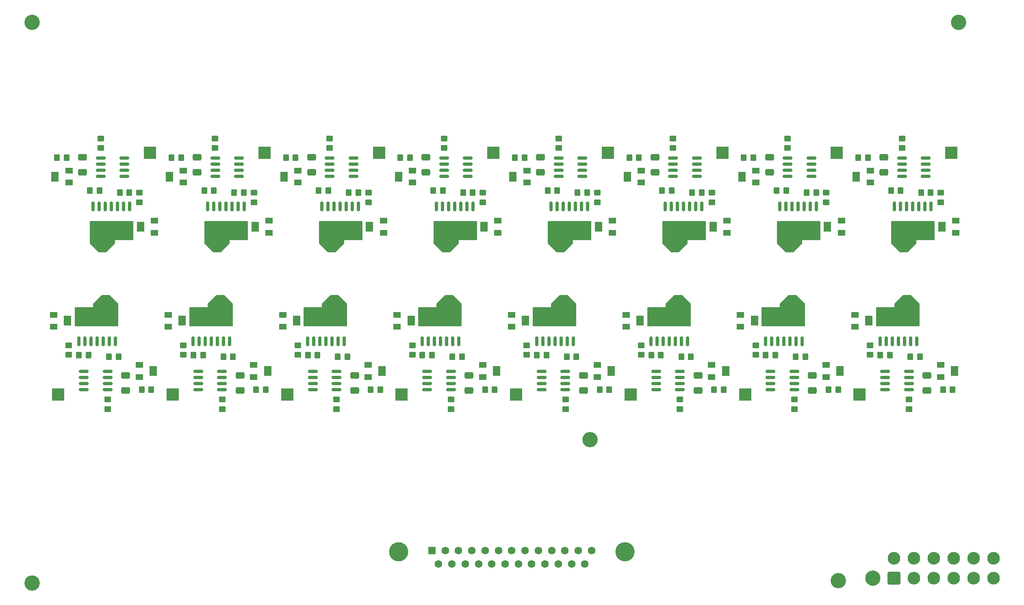
<source format=gbr>
%TF.GenerationSoftware,KiCad,Pcbnew,(6.0.7)*%
%TF.CreationDate,2022-08-12T11:14:58-05:00*%
%TF.ProjectId,SAQ-Readout,5341512d-5265-4616-946f-75742e6b6963,rev?*%
%TF.SameCoordinates,Original*%
%TF.FileFunction,Soldermask,Top*%
%TF.FilePolarity,Negative*%
%FSLAX46Y46*%
G04 Gerber Fmt 4.6, Leading zero omitted, Abs format (unit mm)*
G04 Created by KiCad (PCBNEW (6.0.7)) date 2022-08-12 11:14:58*
%MOMM*%
%LPD*%
G01*
G04 APERTURE LIST*
G04 Aperture macros list*
%AMRoundRect*
0 Rectangle with rounded corners*
0 $1 Rounding radius*
0 $2 $3 $4 $5 $6 $7 $8 $9 X,Y pos of 4 corners*
0 Add a 4 corners polygon primitive as box body*
4,1,4,$2,$3,$4,$5,$6,$7,$8,$9,$2,$3,0*
0 Add four circle primitives for the rounded corners*
1,1,$1+$1,$2,$3*
1,1,$1+$1,$4,$5*
1,1,$1+$1,$6,$7*
1,1,$1+$1,$8,$9*
0 Add four rect primitives between the rounded corners*
20,1,$1+$1,$2,$3,$4,$5,0*
20,1,$1+$1,$4,$5,$6,$7,0*
20,1,$1+$1,$6,$7,$8,$9,0*
20,1,$1+$1,$8,$9,$2,$3,0*%
G04 Aperture macros list end*
%ADD10C,0.150000*%
%ADD11RoundRect,0.250000X-0.650000X0.412500X-0.650000X-0.412500X0.650000X-0.412500X0.650000X0.412500X0*%
%ADD12RoundRect,0.250000X-0.450000X0.350000X-0.450000X-0.350000X0.450000X-0.350000X0.450000X0.350000X0*%
%ADD13R,1.600000X1.300000*%
%ADD14R,1.600000X2.000000*%
%ADD15RoundRect,0.250000X0.650000X-0.412500X0.650000X0.412500X-0.650000X0.412500X-0.650000X-0.412500X0*%
%ADD16RoundRect,0.250000X0.350000X0.450000X-0.350000X0.450000X-0.350000X-0.450000X0.350000X-0.450000X0*%
%ADD17RoundRect,0.250000X0.450000X-0.350000X0.450000X0.350000X-0.450000X0.350000X-0.450000X-0.350000X0*%
%ADD18RoundRect,0.150000X-0.825000X-0.150000X0.825000X-0.150000X0.825000X0.150000X-0.825000X0.150000X0*%
%ADD19R,2.500000X2.500000*%
%ADD20RoundRect,0.250000X-0.350000X-0.450000X0.350000X-0.450000X0.350000X0.450000X-0.350000X0.450000X0*%
%ADD21RoundRect,0.150000X-0.150000X0.825000X-0.150000X-0.825000X0.150000X-0.825000X0.150000X0.825000X0*%
%ADD22C,3.180000*%
%ADD23RoundRect,0.250000X1.070000X-1.070000X1.070000X1.070000X-1.070000X1.070000X-1.070000X-1.070000X0*%
%ADD24C,2.640000*%
%ADD25RoundRect,0.150000X0.150000X-0.825000X0.150000X0.825000X-0.150000X0.825000X-0.150000X-0.825000X0*%
%ADD26RoundRect,0.150000X0.825000X0.150000X-0.825000X0.150000X-0.825000X-0.150000X0.825000X-0.150000X0*%
%ADD27C,3.200000*%
%ADD28C,4.000000*%
%ADD29R,1.600000X1.600000*%
%ADD30C,1.600000*%
G04 APERTURE END LIST*
D10*
G36*
X115637909Y-89187867D02*
G01*
X115637909Y-93759867D01*
X106747909Y-93759867D01*
X106747909Y-89949867D01*
X110557909Y-89949867D01*
X110557909Y-89187867D01*
X112335909Y-87409867D01*
X113859909Y-87409867D01*
X115637909Y-89187867D01*
G37*
X115637909Y-89187867D02*
X115637909Y-93759867D01*
X106747909Y-93759867D01*
X106747909Y-89949867D01*
X110557909Y-89949867D01*
X110557909Y-89187867D01*
X112335909Y-87409867D01*
X113859909Y-87409867D01*
X115637909Y-89187867D01*
G36*
X67936357Y-89187867D02*
G01*
X67936357Y-93759867D01*
X59046357Y-93759867D01*
X59046357Y-89949867D01*
X62856357Y-89949867D01*
X62856357Y-89187867D01*
X64634357Y-87409867D01*
X66158357Y-87409867D01*
X67936357Y-89187867D01*
G37*
X67936357Y-89187867D02*
X67936357Y-93759867D01*
X59046357Y-93759867D01*
X59046357Y-89949867D01*
X62856357Y-89949867D01*
X62856357Y-89187867D01*
X64634357Y-87409867D01*
X66158357Y-87409867D01*
X67936357Y-89187867D01*
G36*
X190364357Y-75802067D02*
G01*
X186554357Y-75802067D01*
X186554357Y-76564067D01*
X184776357Y-78342067D01*
X183252357Y-78342067D01*
X181474357Y-76564067D01*
X181474357Y-71992067D01*
X190364357Y-71992067D01*
X190364357Y-75802067D01*
G37*
X190364357Y-75802067D02*
X186554357Y-75802067D01*
X186554357Y-76564067D01*
X184776357Y-78342067D01*
X183252357Y-78342067D01*
X181474357Y-76564067D01*
X181474357Y-71992067D01*
X190364357Y-71992067D01*
X190364357Y-75802067D01*
G36*
X214215133Y-75802067D02*
G01*
X210405133Y-75802067D01*
X210405133Y-76564067D01*
X208627133Y-78342067D01*
X207103133Y-78342067D01*
X205325133Y-76564067D01*
X205325133Y-71992067D01*
X214215133Y-71992067D01*
X214215133Y-75802067D01*
G37*
X214215133Y-75802067D02*
X210405133Y-75802067D01*
X210405133Y-76564067D01*
X208627133Y-78342067D01*
X207103133Y-78342067D01*
X205325133Y-76564067D01*
X205325133Y-71992067D01*
X214215133Y-71992067D01*
X214215133Y-75802067D01*
G36*
X163339461Y-89187867D02*
G01*
X163339461Y-93759867D01*
X154449461Y-93759867D01*
X154449461Y-89949867D01*
X158259461Y-89949867D01*
X158259461Y-89187867D01*
X160037461Y-87409867D01*
X161561461Y-87409867D01*
X163339461Y-89187867D01*
G37*
X163339461Y-89187867D02*
X163339461Y-93759867D01*
X154449461Y-93759867D01*
X154449461Y-89949867D01*
X158259461Y-89949867D01*
X158259461Y-89187867D01*
X160037461Y-87409867D01*
X161561461Y-87409867D01*
X163339461Y-89187867D01*
G36*
X166513581Y-75802067D02*
G01*
X162703581Y-75802067D01*
X162703581Y-76564067D01*
X160925581Y-78342067D01*
X159401581Y-78342067D01*
X157623581Y-76564067D01*
X157623581Y-71992067D01*
X166513581Y-71992067D01*
X166513581Y-75802067D01*
G37*
X166513581Y-75802067D02*
X162703581Y-75802067D01*
X162703581Y-76564067D01*
X160925581Y-78342067D01*
X159401581Y-78342067D01*
X157623581Y-76564067D01*
X157623581Y-71992067D01*
X166513581Y-71992067D01*
X166513581Y-75802067D01*
G36*
X238065909Y-75802067D02*
G01*
X234255909Y-75802067D01*
X234255909Y-76564067D01*
X232477909Y-78342067D01*
X230953909Y-78342067D01*
X229175909Y-76564067D01*
X229175909Y-71992067D01*
X238065909Y-71992067D01*
X238065909Y-75802067D01*
G37*
X238065909Y-75802067D02*
X234255909Y-75802067D01*
X234255909Y-76564067D01*
X232477909Y-78342067D01*
X230953909Y-78342067D01*
X229175909Y-76564067D01*
X229175909Y-71992067D01*
X238065909Y-71992067D01*
X238065909Y-75802067D01*
G36*
X118812029Y-75802067D02*
G01*
X115002029Y-75802067D01*
X115002029Y-76564067D01*
X113224029Y-78342067D01*
X111700029Y-78342067D01*
X109922029Y-76564067D01*
X109922029Y-71992067D01*
X118812029Y-71992067D01*
X118812029Y-75802067D01*
G37*
X118812029Y-75802067D02*
X115002029Y-75802067D01*
X115002029Y-76564067D01*
X113224029Y-78342067D01*
X111700029Y-78342067D01*
X109922029Y-76564067D01*
X109922029Y-71992067D01*
X118812029Y-71992067D01*
X118812029Y-75802067D01*
G36*
X71110477Y-75802067D02*
G01*
X67300477Y-75802067D01*
X67300477Y-76564067D01*
X65522477Y-78342067D01*
X63998477Y-78342067D01*
X62220477Y-76564067D01*
X62220477Y-71992067D01*
X71110477Y-71992067D01*
X71110477Y-75802067D01*
G37*
X71110477Y-75802067D02*
X67300477Y-75802067D01*
X67300477Y-76564067D01*
X65522477Y-78342067D01*
X63998477Y-78342067D01*
X62220477Y-76564067D01*
X62220477Y-71992067D01*
X71110477Y-71992067D01*
X71110477Y-75802067D01*
G36*
X234891789Y-89187867D02*
G01*
X234891789Y-93759867D01*
X226001789Y-93759867D01*
X226001789Y-89949867D01*
X229811789Y-89949867D01*
X229811789Y-89187867D01*
X231589789Y-87409867D01*
X233113789Y-87409867D01*
X234891789Y-89187867D01*
G37*
X234891789Y-89187867D02*
X234891789Y-93759867D01*
X226001789Y-93759867D01*
X226001789Y-89949867D01*
X229811789Y-89949867D01*
X229811789Y-89187867D01*
X231589789Y-87409867D01*
X233113789Y-87409867D01*
X234891789Y-89187867D01*
G36*
X91787133Y-89187867D02*
G01*
X91787133Y-93759867D01*
X82897133Y-93759867D01*
X82897133Y-89949867D01*
X86707133Y-89949867D01*
X86707133Y-89187867D01*
X88485133Y-87409867D01*
X90009133Y-87409867D01*
X91787133Y-89187867D01*
G37*
X91787133Y-89187867D02*
X91787133Y-93759867D01*
X82897133Y-93759867D01*
X82897133Y-89949867D01*
X86707133Y-89949867D01*
X86707133Y-89187867D01*
X88485133Y-87409867D01*
X90009133Y-87409867D01*
X91787133Y-89187867D01*
G36*
X187190237Y-89187867D02*
G01*
X187190237Y-93759867D01*
X178300237Y-93759867D01*
X178300237Y-89949867D01*
X182110237Y-89949867D01*
X182110237Y-89187867D01*
X183888237Y-87409867D01*
X185412237Y-87409867D01*
X187190237Y-89187867D01*
G37*
X187190237Y-89187867D02*
X187190237Y-93759867D01*
X178300237Y-93759867D01*
X178300237Y-89949867D01*
X182110237Y-89949867D01*
X182110237Y-89187867D01*
X183888237Y-87409867D01*
X185412237Y-87409867D01*
X187190237Y-89187867D01*
G36*
X142662805Y-75802067D02*
G01*
X138852805Y-75802067D01*
X138852805Y-76564067D01*
X137074805Y-78342067D01*
X135550805Y-78342067D01*
X133772805Y-76564067D01*
X133772805Y-71992067D01*
X142662805Y-71992067D01*
X142662805Y-75802067D01*
G37*
X142662805Y-75802067D02*
X138852805Y-75802067D01*
X138852805Y-76564067D01*
X137074805Y-78342067D01*
X135550805Y-78342067D01*
X133772805Y-76564067D01*
X133772805Y-71992067D01*
X142662805Y-71992067D01*
X142662805Y-75802067D01*
G36*
X139488685Y-89187867D02*
G01*
X139488685Y-93759867D01*
X130598685Y-93759867D01*
X130598685Y-89949867D01*
X134408685Y-89949867D01*
X134408685Y-89187867D01*
X136186685Y-87409867D01*
X137710685Y-87409867D01*
X139488685Y-89187867D01*
G37*
X139488685Y-89187867D02*
X139488685Y-93759867D01*
X130598685Y-93759867D01*
X130598685Y-89949867D01*
X134408685Y-89949867D01*
X134408685Y-89187867D01*
X136186685Y-87409867D01*
X137710685Y-87409867D01*
X139488685Y-89187867D01*
G36*
X94961253Y-75802067D02*
G01*
X91151253Y-75802067D01*
X91151253Y-76564067D01*
X89373253Y-78342067D01*
X87849253Y-78342067D01*
X86071253Y-76564067D01*
X86071253Y-71992067D01*
X94961253Y-71992067D01*
X94961253Y-75802067D01*
G37*
X94961253Y-75802067D02*
X91151253Y-75802067D01*
X91151253Y-76564067D01*
X89373253Y-78342067D01*
X87849253Y-78342067D01*
X86071253Y-76564067D01*
X86071253Y-71992067D01*
X94961253Y-71992067D01*
X94961253Y-75802067D01*
G36*
X211041013Y-89187867D02*
G01*
X211041013Y-93759867D01*
X202151013Y-93759867D01*
X202151013Y-89949867D01*
X205961013Y-89949867D01*
X205961013Y-89187867D01*
X207739013Y-87409867D01*
X209263013Y-87409867D01*
X211041013Y-89187867D01*
G37*
X211041013Y-89187867D02*
X211041013Y-93759867D01*
X202151013Y-93759867D01*
X202151013Y-89949867D01*
X205961013Y-89949867D01*
X205961013Y-89187867D01*
X207739013Y-87409867D01*
X209263013Y-87409867D01*
X211041013Y-89187867D01*
D11*
%TO.C,C1*%
X132147205Y-58593167D03*
X132147205Y-61718167D03*
%TD*%
D12*
%TO.C,R5*%
X185056637Y-109092067D03*
X185056637Y-111092067D03*
%TD*%
D13*
%TO.C,RV2*%
X54573757Y-91417667D03*
D14*
X57473757Y-92667667D03*
D13*
X54573757Y-93917667D03*
%TD*%
D15*
%TO.C,C1*%
X93412733Y-107158767D03*
X93412733Y-104033767D03*
%TD*%
D13*
%TO.C,RV2*%
X99433853Y-74334267D03*
D14*
X96533853Y-73084267D03*
D13*
X99433853Y-71834267D03*
%TD*%
D16*
%TO.C,R4*%
X128803805Y-58707867D03*
X126803805Y-58707867D03*
%TD*%
D13*
%TO.C,RV1*%
X120106109Y-101882467D03*
D14*
X123006109Y-103132467D03*
D13*
X120106109Y-104382467D03*
%TD*%
%TO.C,RV1*%
X105453829Y-63869467D03*
D14*
X102553829Y-62619467D03*
D13*
X105453829Y-61369467D03*
%TD*%
D17*
%TO.C,R5*%
X88204853Y-56659867D03*
X88204853Y-54659867D03*
%TD*%
D13*
%TO.C,RV1*%
X177006157Y-63869467D03*
D14*
X174106157Y-62619467D03*
D13*
X177006157Y-61369467D03*
%TD*%
%TO.C,RV2*%
X123284629Y-74334267D03*
D14*
X120384629Y-73084267D03*
D13*
X123284629Y-71834267D03*
%TD*%
D12*
%TO.C,R3*%
X200830213Y-97763667D03*
X200830213Y-99763667D03*
%TD*%
D18*
%TO.C,U2*%
X60838557Y-103183267D03*
X60838557Y-104453267D03*
X60838557Y-105723267D03*
X60838557Y-106993267D03*
X65788557Y-106993267D03*
X65788557Y-105723267D03*
X65788557Y-104453267D03*
X65788557Y-103183267D03*
%TD*%
D16*
%TO.C,R1*%
X231039509Y-65565867D03*
X229039509Y-65565867D03*
%TD*%
D13*
%TO.C,RV1*%
X167807661Y-101882467D03*
D14*
X170707661Y-103132467D03*
D13*
X167807661Y-104382467D03*
%TD*%
D18*
%TO.C,U2*%
X156241661Y-103183267D03*
X156241661Y-104453267D03*
X156241661Y-105723267D03*
X156241661Y-106993267D03*
X161191661Y-106993267D03*
X161191661Y-105723267D03*
X161191661Y-104453267D03*
X161191661Y-103183267D03*
%TD*%
D17*
%TO.C,R5*%
X112055629Y-56659867D03*
X112055629Y-54659867D03*
%TD*%
D19*
%TO.C,TP2*%
X150918861Y-108060067D03*
%TD*%
%TO.C,TP2*%
X74641077Y-57691867D03*
%TD*%
D13*
%TO.C,RV2*%
X194836957Y-74334267D03*
D14*
X191936957Y-73084267D03*
D13*
X194836957Y-71834267D03*
%TD*%
D20*
%TO.C,R2*%
X187586357Y-65946867D03*
X189586357Y-65946867D03*
%TD*%
%TO.C,R4*%
X72905357Y-107044067D03*
X74905357Y-107044067D03*
%TD*%
D16*
%TO.C,R1*%
X135636405Y-65565867D03*
X133636405Y-65565867D03*
%TD*%
D21*
%TO.C,U1*%
X115104509Y-91970667D03*
X113834509Y-91970667D03*
X112564509Y-91970667D03*
X111294509Y-91970667D03*
X110024509Y-91970667D03*
X108754509Y-91970667D03*
X107484509Y-91970667D03*
X107484509Y-96920667D03*
X108754509Y-96920667D03*
X110024509Y-96920667D03*
X111294509Y-96920667D03*
X112564509Y-96920667D03*
X113834509Y-96920667D03*
X115104509Y-96920667D03*
%TD*%
D22*
%TO.C,J2*%
X225226800Y-146304000D03*
D23*
X229666800Y-146304000D03*
D24*
X233806800Y-146304000D03*
X237946800Y-146304000D03*
X242086800Y-146304000D03*
X246226800Y-146304000D03*
X250366800Y-146304000D03*
X229666800Y-142164000D03*
X233806800Y-142164000D03*
X237946800Y-142164000D03*
X242086800Y-142164000D03*
X246226800Y-142164000D03*
X250366800Y-142164000D03*
%TD*%
D13*
%TO.C,RV1*%
X81603053Y-63869467D03*
D14*
X78703053Y-62619467D03*
D13*
X81603053Y-61369467D03*
%TD*%
D11*
%TO.C,C1*%
X84445653Y-58593167D03*
X84445653Y-61718167D03*
%TD*%
D19*
%TO.C,TP2*%
X217745733Y-57691867D03*
%TD*%
%TO.C,TP2*%
X79366533Y-108060067D03*
%TD*%
D16*
%TO.C,R2*%
X228779789Y-99805067D03*
X226779789Y-99805067D03*
%TD*%
%TO.C,R4*%
X224206909Y-58707867D03*
X222206909Y-58707867D03*
%TD*%
D13*
%TO.C,RV2*%
X221529189Y-91417667D03*
D14*
X224429189Y-92667667D03*
D13*
X221529189Y-93917667D03*
%TD*%
D20*
%TO.C,R4*%
X120606909Y-107044067D03*
X122606909Y-107044067D03*
%TD*%
D16*
%TO.C,R2*%
X85675133Y-99805067D03*
X83675133Y-99805067D03*
%TD*%
D20*
%TO.C,R2*%
X211437133Y-65946867D03*
X213437133Y-65946867D03*
%TD*%
D13*
%TO.C,RV2*%
X149976861Y-91417667D03*
D14*
X152876861Y-92667667D03*
D13*
X149976861Y-93917667D03*
%TD*%
D12*
%TO.C,R3*%
X224680989Y-97763667D03*
X224680989Y-99763667D03*
%TD*%
D19*
%TO.C,TP2*%
X55515757Y-108060067D03*
%TD*%
D25*
%TO.C,U1*%
X182007757Y-73781267D03*
X183277757Y-73781267D03*
X184547757Y-73781267D03*
X185817757Y-73781267D03*
X187087757Y-73781267D03*
X188357757Y-73781267D03*
X189627757Y-73781267D03*
X189627757Y-68831267D03*
X188357757Y-68831267D03*
X187087757Y-68831267D03*
X185817757Y-68831267D03*
X184547757Y-68831267D03*
X183277757Y-68831267D03*
X182007757Y-68831267D03*
%TD*%
D16*
%TO.C,R4*%
X104953029Y-58707867D03*
X102953029Y-58707867D03*
%TD*%
D20*
%TO.C,R1*%
X66072757Y-100186067D03*
X68072757Y-100186067D03*
%TD*%
%TO.C,R2*%
X139884805Y-65946867D03*
X141884805Y-65946867D03*
%TD*%
D16*
%TO.C,R1*%
X64084077Y-65565867D03*
X62084077Y-65565867D03*
%TD*%
D18*
%TO.C,U2*%
X108540109Y-103183267D03*
X108540109Y-104453267D03*
X108540109Y-105723267D03*
X108540109Y-106993267D03*
X113490109Y-106993267D03*
X113490109Y-105723267D03*
X113490109Y-104453267D03*
X113490109Y-103183267D03*
%TD*%
D26*
%TO.C,U2*%
X188572157Y-62568667D03*
X188572157Y-61298667D03*
X188572157Y-60028667D03*
X188572157Y-58758667D03*
X183622157Y-58758667D03*
X183622157Y-60028667D03*
X183622157Y-61298667D03*
X183622157Y-62568667D03*
%TD*%
D13*
%TO.C,RV2*%
X197678413Y-91417667D03*
D14*
X200578413Y-92667667D03*
D13*
X197678413Y-93917667D03*
%TD*%
D19*
%TO.C,TP2*%
X170044181Y-57691867D03*
%TD*%
D17*
%TO.C,R5*%
X159757181Y-56659867D03*
X159757181Y-54659867D03*
%TD*%
D13*
%TO.C,RV1*%
X129304605Y-63869467D03*
D14*
X126404605Y-62619467D03*
D13*
X129304605Y-61369467D03*
%TD*%
D12*
%TO.C,R5*%
X208907413Y-109092067D03*
X208907413Y-111092067D03*
%TD*%
D13*
%TO.C,RV2*%
X78424533Y-91417667D03*
D14*
X81324533Y-92667667D03*
D13*
X78424533Y-93917667D03*
%TD*%
D20*
%TO.C,R1*%
X89923533Y-100186067D03*
X91923533Y-100186067D03*
%TD*%
D13*
%TO.C,RV1*%
X215509213Y-101882467D03*
D14*
X218409213Y-103132467D03*
D13*
X215509213Y-104382467D03*
%TD*%
D21*
%TO.C,U1*%
X162806061Y-91970667D03*
X161536061Y-91970667D03*
X160266061Y-91970667D03*
X158996061Y-91970667D03*
X157726061Y-91970667D03*
X156456061Y-91970667D03*
X155186061Y-91970667D03*
X155186061Y-96920667D03*
X156456061Y-96920667D03*
X157726061Y-96920667D03*
X158996061Y-96920667D03*
X160266061Y-96920667D03*
X161536061Y-96920667D03*
X162806061Y-96920667D03*
%TD*%
D19*
%TO.C,TP2*%
X198620413Y-108060067D03*
%TD*%
D20*
%TO.C,R2*%
X163735581Y-65946867D03*
X165735581Y-65946867D03*
%TD*%
D17*
%TO.C,R3*%
X72431277Y-67988267D03*
X72431277Y-65988267D03*
%TD*%
D11*
%TO.C,C1*%
X179848757Y-58593167D03*
X179848757Y-61718167D03*
%TD*%
D20*
%TO.C,R4*%
X216010013Y-107044067D03*
X218010013Y-107044067D03*
%TD*%
D26*
%TO.C,U2*%
X212422933Y-62568667D03*
X212422933Y-61298667D03*
X212422933Y-60028667D03*
X212422933Y-58758667D03*
X207472933Y-58758667D03*
X207472933Y-60028667D03*
X207472933Y-61298667D03*
X207472933Y-62568667D03*
%TD*%
D19*
%TO.C,TP2*%
X122342629Y-57691867D03*
%TD*%
D20*
%TO.C,R1*%
X137625085Y-100186067D03*
X139625085Y-100186067D03*
%TD*%
D21*
%TO.C,U1*%
X234358389Y-91970667D03*
X233088389Y-91970667D03*
X231818389Y-91970667D03*
X230548389Y-91970667D03*
X229278389Y-91970667D03*
X228008389Y-91970667D03*
X226738389Y-91970667D03*
X226738389Y-96920667D03*
X228008389Y-96920667D03*
X229278389Y-96920667D03*
X230548389Y-96920667D03*
X231818389Y-96920667D03*
X233088389Y-96920667D03*
X234358389Y-96920667D03*
%TD*%
D20*
%TO.C,R1*%
X209177413Y-100186067D03*
X211177413Y-100186067D03*
%TD*%
D17*
%TO.C,R3*%
X215535933Y-67988267D03*
X215535933Y-65988267D03*
%TD*%
D19*
%TO.C,TP2*%
X241596509Y-57691867D03*
%TD*%
D12*
%TO.C,R5*%
X65802757Y-109092067D03*
X65802757Y-111092067D03*
%TD*%
D18*
%TO.C,U2*%
X84689333Y-103183267D03*
X84689333Y-104453267D03*
X84689333Y-105723267D03*
X84689333Y-106993267D03*
X89639333Y-106993267D03*
X89639333Y-105723267D03*
X89639333Y-104453267D03*
X89639333Y-103183267D03*
%TD*%
D27*
%TO.C,REF\u002A\u002A*%
X166344600Y-117449600D03*
%TD*%
%TO.C,REF\u002A\u002A*%
X218084400Y-146786600D03*
%TD*%
D18*
%TO.C,U2*%
X180092437Y-103183267D03*
X180092437Y-104453267D03*
X180092437Y-105723267D03*
X180092437Y-106993267D03*
X185042437Y-106993267D03*
X185042437Y-105723267D03*
X185042437Y-104453267D03*
X185042437Y-103183267D03*
%TD*%
D15*
%TO.C,C1*%
X141114285Y-107158767D03*
X141114285Y-104033767D03*
%TD*%
D11*
%TO.C,C1*%
X227550309Y-58593167D03*
X227550309Y-61718167D03*
%TD*%
D12*
%TO.C,R5*%
X161205861Y-109092067D03*
X161205861Y-111092067D03*
%TD*%
D25*
%TO.C,U1*%
X62753877Y-73781267D03*
X64023877Y-73781267D03*
X65293877Y-73781267D03*
X66563877Y-73781267D03*
X67833877Y-73781267D03*
X69103877Y-73781267D03*
X70373877Y-73781267D03*
X70373877Y-68831267D03*
X69103877Y-68831267D03*
X67833877Y-68831267D03*
X66563877Y-68831267D03*
X65293877Y-68831267D03*
X64023877Y-68831267D03*
X62753877Y-68831267D03*
%TD*%
D16*
%TO.C,R2*%
X109525909Y-99805067D03*
X107525909Y-99805067D03*
%TD*%
%TO.C,R4*%
X200356133Y-58707867D03*
X198356133Y-58707867D03*
%TD*%
D11*
%TO.C,C1*%
X203699533Y-58593167D03*
X203699533Y-61718167D03*
%TD*%
D13*
%TO.C,RV1*%
X191658437Y-101882467D03*
D14*
X194558437Y-103132467D03*
D13*
X191658437Y-104382467D03*
%TD*%
D17*
%TO.C,R3*%
X120132829Y-67988267D03*
X120132829Y-65988267D03*
%TD*%
D27*
%TO.C,REF\u002A\u002A*%
X243103400Y-30454600D03*
%TD*%
D17*
%TO.C,R5*%
X64354077Y-56659867D03*
X64354077Y-54659867D03*
%TD*%
%TO.C,R5*%
X207458733Y-56659867D03*
X207458733Y-54659867D03*
%TD*%
D16*
%TO.C,R2*%
X157227461Y-99805067D03*
X155227461Y-99805067D03*
%TD*%
D21*
%TO.C,U1*%
X138955285Y-91970667D03*
X137685285Y-91970667D03*
X136415285Y-91970667D03*
X135145285Y-91970667D03*
X133875285Y-91970667D03*
X132605285Y-91970667D03*
X131335285Y-91970667D03*
X131335285Y-96920667D03*
X132605285Y-96920667D03*
X133875285Y-96920667D03*
X135145285Y-96920667D03*
X136415285Y-96920667D03*
X137685285Y-96920667D03*
X138955285Y-96920667D03*
%TD*%
D13*
%TO.C,RV2*%
X170986181Y-74334267D03*
D14*
X168086181Y-73084267D03*
D13*
X170986181Y-71834267D03*
%TD*%
D20*
%TO.C,R1*%
X185326637Y-100186067D03*
X187326637Y-100186067D03*
%TD*%
D11*
%TO.C,C1*%
X108296429Y-58593167D03*
X108296429Y-61718167D03*
%TD*%
D19*
%TO.C,TP2*%
X127068085Y-108060067D03*
%TD*%
D13*
%TO.C,RV1*%
X96255333Y-101882467D03*
D14*
X99155333Y-103132467D03*
D13*
X96255333Y-104382467D03*
%TD*%
D21*
%TO.C,U1*%
X210507613Y-91970667D03*
X209237613Y-91970667D03*
X207967613Y-91970667D03*
X206697613Y-91970667D03*
X205427613Y-91970667D03*
X204157613Y-91970667D03*
X202887613Y-91970667D03*
X202887613Y-96920667D03*
X204157613Y-96920667D03*
X205427613Y-96920667D03*
X206697613Y-96920667D03*
X207967613Y-96920667D03*
X209237613Y-96920667D03*
X210507613Y-96920667D03*
%TD*%
D16*
%TO.C,R2*%
X61824357Y-99805067D03*
X59824357Y-99805067D03*
%TD*%
D19*
%TO.C,TP2*%
X222471189Y-108060067D03*
%TD*%
D20*
%TO.C,R4*%
X192159237Y-107044067D03*
X194159237Y-107044067D03*
%TD*%
%TO.C,R1*%
X113774309Y-100186067D03*
X115774309Y-100186067D03*
%TD*%
D16*
%TO.C,R2*%
X181078237Y-99805067D03*
X179078237Y-99805067D03*
%TD*%
D25*
%TO.C,U1*%
X110455429Y-73781267D03*
X111725429Y-73781267D03*
X112995429Y-73781267D03*
X114265429Y-73781267D03*
X115535429Y-73781267D03*
X116805429Y-73781267D03*
X118075429Y-73781267D03*
X118075429Y-68831267D03*
X116805429Y-68831267D03*
X115535429Y-68831267D03*
X114265429Y-68831267D03*
X112995429Y-68831267D03*
X111725429Y-68831267D03*
X110455429Y-68831267D03*
%TD*%
D27*
%TO.C,REF\u002A\u002A*%
X50063400Y-30454600D03*
%TD*%
D11*
%TO.C,C1*%
X155997981Y-58593167D03*
X155997981Y-61718167D03*
%TD*%
D20*
%TO.C,R4*%
X168308461Y-107044067D03*
X170308461Y-107044067D03*
%TD*%
D12*
%TO.C,R3*%
X129277885Y-97763667D03*
X129277885Y-99763667D03*
%TD*%
D19*
%TO.C,TP2*%
X174769637Y-108060067D03*
%TD*%
D13*
%TO.C,RV2*%
X173827637Y-91417667D03*
D14*
X176727637Y-92667667D03*
D13*
X173827637Y-93917667D03*
%TD*%
D21*
%TO.C,U1*%
X186656837Y-91970667D03*
X185386837Y-91970667D03*
X184116837Y-91970667D03*
X182846837Y-91970667D03*
X181576837Y-91970667D03*
X180306837Y-91970667D03*
X179036837Y-91970667D03*
X179036837Y-96920667D03*
X180306837Y-96920667D03*
X181576837Y-96920667D03*
X182846837Y-96920667D03*
X184116837Y-96920667D03*
X185386837Y-96920667D03*
X186656837Y-96920667D03*
%TD*%
D11*
%TO.C,C1*%
X60594877Y-58593167D03*
X60594877Y-61718167D03*
%TD*%
D19*
%TO.C,TP2*%
X103217309Y-108060067D03*
%TD*%
D25*
%TO.C,U1*%
X205858533Y-73781267D03*
X207128533Y-73781267D03*
X208398533Y-73781267D03*
X209668533Y-73781267D03*
X210938533Y-73781267D03*
X212208533Y-73781267D03*
X213478533Y-73781267D03*
X213478533Y-68831267D03*
X212208533Y-68831267D03*
X210938533Y-68831267D03*
X209668533Y-68831267D03*
X208398533Y-68831267D03*
X207128533Y-68831267D03*
X205858533Y-68831267D03*
%TD*%
D16*
%TO.C,R4*%
X57251477Y-58707867D03*
X55251477Y-58707867D03*
%TD*%
D26*
%TO.C,U2*%
X164721381Y-62568667D03*
X164721381Y-61298667D03*
X164721381Y-60028667D03*
X164721381Y-58758667D03*
X159771381Y-58758667D03*
X159771381Y-60028667D03*
X159771381Y-61298667D03*
X159771381Y-62568667D03*
%TD*%
D20*
%TO.C,R2*%
X68332477Y-65946867D03*
X70332477Y-65946867D03*
%TD*%
D12*
%TO.C,R3*%
X153128661Y-97763667D03*
X153128661Y-99763667D03*
%TD*%
D21*
%TO.C,U1*%
X67402957Y-91970667D03*
X66132957Y-91970667D03*
X64862957Y-91970667D03*
X63592957Y-91970667D03*
X62322957Y-91970667D03*
X61052957Y-91970667D03*
X59782957Y-91970667D03*
X59782957Y-96920667D03*
X61052957Y-96920667D03*
X62322957Y-96920667D03*
X63592957Y-96920667D03*
X64862957Y-96920667D03*
X66132957Y-96920667D03*
X67402957Y-96920667D03*
%TD*%
D17*
%TO.C,R5*%
X183607957Y-56659867D03*
X183607957Y-54659867D03*
%TD*%
D20*
%TO.C,R4*%
X239860789Y-107044067D03*
X241860789Y-107044067D03*
%TD*%
D13*
%TO.C,RV2*%
X218687733Y-74334267D03*
D14*
X215787733Y-73084267D03*
D13*
X218687733Y-71834267D03*
%TD*%
D26*
%TO.C,U2*%
X236273709Y-62568667D03*
X236273709Y-61298667D03*
X236273709Y-60028667D03*
X236273709Y-58758667D03*
X231323709Y-58758667D03*
X231323709Y-60028667D03*
X231323709Y-61298667D03*
X231323709Y-62568667D03*
%TD*%
%TO.C,U2*%
X140870605Y-62568667D03*
X140870605Y-61298667D03*
X140870605Y-60028667D03*
X140870605Y-58758667D03*
X135920605Y-58758667D03*
X135920605Y-60028667D03*
X135920605Y-61298667D03*
X135920605Y-62568667D03*
%TD*%
D16*
%TO.C,R1*%
X207188733Y-65565867D03*
X205188733Y-65565867D03*
%TD*%
D13*
%TO.C,RV1*%
X153155381Y-63869467D03*
D14*
X150255381Y-62619467D03*
D13*
X153155381Y-61369467D03*
%TD*%
D20*
%TO.C,R2*%
X116034029Y-65946867D03*
X118034029Y-65946867D03*
%TD*%
D17*
%TO.C,R3*%
X239386709Y-67988267D03*
X239386709Y-65988267D03*
%TD*%
D20*
%TO.C,R4*%
X144457685Y-107044067D03*
X146457685Y-107044067D03*
%TD*%
D17*
%TO.C,R5*%
X135906405Y-56659867D03*
X135906405Y-54659867D03*
%TD*%
D20*
%TO.C,R2*%
X235287909Y-65946867D03*
X237287909Y-65946867D03*
%TD*%
%TO.C,R4*%
X96756133Y-107044067D03*
X98756133Y-107044067D03*
%TD*%
%TO.C,R1*%
X233028189Y-100186067D03*
X235028189Y-100186067D03*
%TD*%
D12*
%TO.C,R5*%
X113504309Y-109092067D03*
X113504309Y-111092067D03*
%TD*%
D17*
%TO.C,R3*%
X191685157Y-67988267D03*
X191685157Y-65988267D03*
%TD*%
D16*
%TO.C,R1*%
X87934853Y-65565867D03*
X85934853Y-65565867D03*
%TD*%
D19*
%TO.C,TP2*%
X98491853Y-57691867D03*
%TD*%
D16*
%TO.C,R1*%
X159487181Y-65565867D03*
X157487181Y-65565867D03*
%TD*%
D21*
%TO.C,U1*%
X91253733Y-91970667D03*
X89983733Y-91970667D03*
X88713733Y-91970667D03*
X87443733Y-91970667D03*
X86173733Y-91970667D03*
X84903733Y-91970667D03*
X83633733Y-91970667D03*
X83633733Y-96920667D03*
X84903733Y-96920667D03*
X86173733Y-96920667D03*
X87443733Y-96920667D03*
X88713733Y-96920667D03*
X89983733Y-96920667D03*
X91253733Y-96920667D03*
%TD*%
D12*
%TO.C,R3*%
X105427109Y-97763667D03*
X105427109Y-99763667D03*
%TD*%
%TO.C,R3*%
X176979437Y-97763667D03*
X176979437Y-99763667D03*
%TD*%
%TO.C,R5*%
X232758189Y-109092067D03*
X232758189Y-111092067D03*
%TD*%
D15*
%TO.C,C1*%
X236517389Y-107158767D03*
X236517389Y-104033767D03*
%TD*%
%TO.C,C1*%
X164965061Y-107158767D03*
X164965061Y-104033767D03*
%TD*%
%TO.C,C1*%
X69561957Y-107158767D03*
X69561957Y-104033767D03*
%TD*%
D13*
%TO.C,RV1*%
X239359989Y-101882467D03*
D14*
X242259989Y-103132467D03*
D13*
X239359989Y-104382467D03*
%TD*%
D15*
%TO.C,C1*%
X212666613Y-107158767D03*
X212666613Y-104033767D03*
%TD*%
D16*
%TO.C,R2*%
X133376685Y-99805067D03*
X131376685Y-99805067D03*
%TD*%
%TO.C,R4*%
X176505357Y-58707867D03*
X174505357Y-58707867D03*
%TD*%
D15*
%TO.C,C1*%
X188815837Y-107158767D03*
X188815837Y-104033767D03*
%TD*%
D16*
%TO.C,R1*%
X111785629Y-65565867D03*
X109785629Y-65565867D03*
%TD*%
D18*
%TO.C,U2*%
X203943213Y-103183267D03*
X203943213Y-104453267D03*
X203943213Y-105723267D03*
X203943213Y-106993267D03*
X208893213Y-106993267D03*
X208893213Y-105723267D03*
X208893213Y-104453267D03*
X208893213Y-103183267D03*
%TD*%
D13*
%TO.C,RV1*%
X72404557Y-101882467D03*
D14*
X75304557Y-103132467D03*
D13*
X72404557Y-104382467D03*
%TD*%
D25*
%TO.C,U1*%
X229709309Y-73781267D03*
X230979309Y-73781267D03*
X232249309Y-73781267D03*
X233519309Y-73781267D03*
X234789309Y-73781267D03*
X236059309Y-73781267D03*
X237329309Y-73781267D03*
X237329309Y-68831267D03*
X236059309Y-68831267D03*
X234789309Y-68831267D03*
X233519309Y-68831267D03*
X232249309Y-68831267D03*
X230979309Y-68831267D03*
X229709309Y-68831267D03*
%TD*%
D26*
%TO.C,U2*%
X117019829Y-62568667D03*
X117019829Y-61298667D03*
X117019829Y-60028667D03*
X117019829Y-58758667D03*
X112069829Y-58758667D03*
X112069829Y-60028667D03*
X112069829Y-61298667D03*
X112069829Y-62568667D03*
%TD*%
D13*
%TO.C,RV2*%
X102275309Y-91417667D03*
D14*
X105175309Y-92667667D03*
D13*
X102275309Y-93917667D03*
%TD*%
D25*
%TO.C,U1*%
X158156981Y-73781267D03*
X159426981Y-73781267D03*
X160696981Y-73781267D03*
X161966981Y-73781267D03*
X163236981Y-73781267D03*
X164506981Y-73781267D03*
X165776981Y-73781267D03*
X165776981Y-68831267D03*
X164506981Y-68831267D03*
X163236981Y-68831267D03*
X161966981Y-68831267D03*
X160696981Y-68831267D03*
X159426981Y-68831267D03*
X158156981Y-68831267D03*
%TD*%
D12*
%TO.C,R5*%
X89653533Y-109092067D03*
X89653533Y-111092067D03*
%TD*%
D17*
%TO.C,R3*%
X96282053Y-67988267D03*
X96282053Y-65988267D03*
%TD*%
D27*
%TO.C,REF\u002A\u002A*%
X50063400Y-147294600D03*
%TD*%
D26*
%TO.C,U2*%
X69318277Y-62568667D03*
X69318277Y-61298667D03*
X69318277Y-60028667D03*
X69318277Y-58758667D03*
X64368277Y-58758667D03*
X64368277Y-60028667D03*
X64368277Y-61298667D03*
X64368277Y-62568667D03*
%TD*%
D13*
%TO.C,RV2*%
X147135405Y-74334267D03*
D14*
X144235405Y-73084267D03*
D13*
X147135405Y-71834267D03*
%TD*%
D19*
%TO.C,TP2*%
X193894957Y-57691867D03*
%TD*%
D16*
%TO.C,R2*%
X204929013Y-99805067D03*
X202929013Y-99805067D03*
%TD*%
D17*
%TO.C,R5*%
X231309509Y-56659867D03*
X231309509Y-54659867D03*
%TD*%
%TO.C,R3*%
X143983605Y-67988267D03*
X143983605Y-65988267D03*
%TD*%
D16*
%TO.C,R4*%
X81102253Y-58707867D03*
X79102253Y-58707867D03*
%TD*%
D13*
%TO.C,RV1*%
X57752277Y-63869467D03*
D14*
X54852277Y-62619467D03*
D13*
X57752277Y-61369467D03*
%TD*%
%TO.C,RV1*%
X143956885Y-101882467D03*
D14*
X146856885Y-103132467D03*
D13*
X143956885Y-104382467D03*
%TD*%
D26*
%TO.C,U2*%
X93169053Y-62568667D03*
X93169053Y-61298667D03*
X93169053Y-60028667D03*
X93169053Y-58758667D03*
X88219053Y-58758667D03*
X88219053Y-60028667D03*
X88219053Y-61298667D03*
X88219053Y-62568667D03*
%TD*%
D13*
%TO.C,RV2*%
X126126085Y-91417667D03*
D14*
X129026085Y-92667667D03*
D13*
X126126085Y-93917667D03*
%TD*%
D15*
%TO.C,C1*%
X117263509Y-107158767D03*
X117263509Y-104033767D03*
%TD*%
D13*
%TO.C,RV1*%
X224707709Y-63869467D03*
D14*
X221807709Y-62619467D03*
D13*
X224707709Y-61369467D03*
%TD*%
D19*
%TO.C,TP2*%
X146193405Y-57691867D03*
%TD*%
D20*
%TO.C,R2*%
X92183253Y-65946867D03*
X94183253Y-65946867D03*
%TD*%
D13*
%TO.C,RV1*%
X200856933Y-63869467D03*
D14*
X197956933Y-62619467D03*
D13*
X200856933Y-61369467D03*
%TD*%
D25*
%TO.C,U1*%
X86604653Y-73781267D03*
X87874653Y-73781267D03*
X89144653Y-73781267D03*
X90414653Y-73781267D03*
X91684653Y-73781267D03*
X92954653Y-73781267D03*
X94224653Y-73781267D03*
X94224653Y-68831267D03*
X92954653Y-68831267D03*
X91684653Y-68831267D03*
X90414653Y-68831267D03*
X89144653Y-68831267D03*
X87874653Y-68831267D03*
X86604653Y-68831267D03*
%TD*%
D13*
%TO.C,RV2*%
X75583077Y-74334267D03*
D14*
X72683077Y-73084267D03*
D13*
X75583077Y-71834267D03*
%TD*%
D18*
%TO.C,U2*%
X132390885Y-103183267D03*
X132390885Y-104453267D03*
X132390885Y-105723267D03*
X132390885Y-106993267D03*
X137340885Y-106993267D03*
X137340885Y-105723267D03*
X137340885Y-104453267D03*
X137340885Y-103183267D03*
%TD*%
D20*
%TO.C,R1*%
X161475861Y-100186067D03*
X163475861Y-100186067D03*
%TD*%
D12*
%TO.C,R3*%
X57725557Y-97763667D03*
X57725557Y-99763667D03*
%TD*%
D25*
%TO.C,U1*%
X134306205Y-73781267D03*
X135576205Y-73781267D03*
X136846205Y-73781267D03*
X138116205Y-73781267D03*
X139386205Y-73781267D03*
X140656205Y-73781267D03*
X141926205Y-73781267D03*
X141926205Y-68831267D03*
X140656205Y-68831267D03*
X139386205Y-68831267D03*
X138116205Y-68831267D03*
X136846205Y-68831267D03*
X135576205Y-68831267D03*
X134306205Y-68831267D03*
%TD*%
D17*
%TO.C,R3*%
X167834381Y-67988267D03*
X167834381Y-65988267D03*
%TD*%
D13*
%TO.C,RV2*%
X242538509Y-74334267D03*
D14*
X239638509Y-73084267D03*
D13*
X242538509Y-71834267D03*
%TD*%
D16*
%TO.C,R4*%
X152654581Y-58707867D03*
X150654581Y-58707867D03*
%TD*%
D18*
%TO.C,U2*%
X227793989Y-103183267D03*
X227793989Y-104453267D03*
X227793989Y-105723267D03*
X227793989Y-106993267D03*
X232743989Y-106993267D03*
X232743989Y-105723267D03*
X232743989Y-104453267D03*
X232743989Y-103183267D03*
%TD*%
D16*
%TO.C,R1*%
X183337957Y-65565867D03*
X181337957Y-65565867D03*
%TD*%
D12*
%TO.C,R5*%
X137355085Y-109092067D03*
X137355085Y-111092067D03*
%TD*%
%TO.C,R3*%
X81576333Y-97763667D03*
X81576333Y-99763667D03*
%TD*%
D28*
%TO.C,J1*%
X126457400Y-140844669D03*
X173557400Y-140844669D03*
D29*
X133387400Y-140544669D03*
D30*
X136157400Y-140544669D03*
X138927400Y-140544669D03*
X141697400Y-140544669D03*
X144467400Y-140544669D03*
X147237400Y-140544669D03*
X150007400Y-140544669D03*
X152777400Y-140544669D03*
X155547400Y-140544669D03*
X158317400Y-140544669D03*
X161087400Y-140544669D03*
X163857400Y-140544669D03*
X166627400Y-140544669D03*
X134772400Y-143384669D03*
X137542400Y-143384669D03*
X140312400Y-143384669D03*
X143082400Y-143384669D03*
X145852400Y-143384669D03*
X148622400Y-143384669D03*
X151392400Y-143384669D03*
X154162400Y-143384669D03*
X156932400Y-143384669D03*
X159702400Y-143384669D03*
X162472400Y-143384669D03*
X165242400Y-143384669D03*
%TD*%
M02*

</source>
